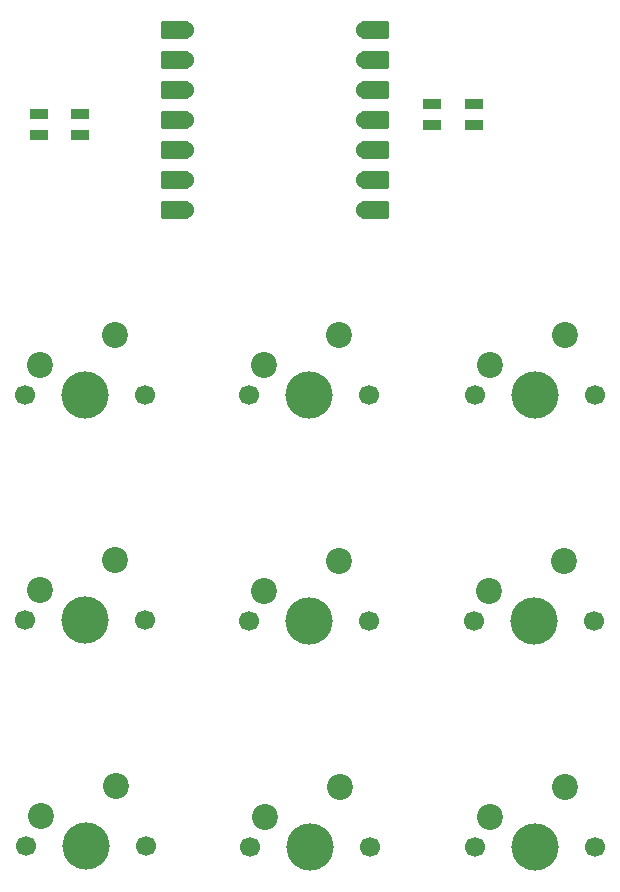
<source format=gbr>
%TF.GenerationSoftware,KiCad,Pcbnew,9.0.6*%
%TF.CreationDate,2025-12-19T09:04:58+05:30*%
%TF.ProjectId,HACKPAD,4841434b-5041-4442-9e6b-696361645f70,rev?*%
%TF.SameCoordinates,Original*%
%TF.FileFunction,Soldermask,Top*%
%TF.FilePolarity,Negative*%
%FSLAX46Y46*%
G04 Gerber Fmt 4.6, Leading zero omitted, Abs format (unit mm)*
G04 Created by KiCad (PCBNEW 9.0.6) date 2025-12-19 09:04:58*
%MOMM*%
%LPD*%
G01*
G04 APERTURE LIST*
G04 Aperture macros list*
%AMRoundRect*
0 Rectangle with rounded corners*
0 $1 Rounding radius*
0 $2 $3 $4 $5 $6 $7 $8 $9 X,Y pos of 4 corners*
0 Add a 4 corners polygon primitive as box body*
4,1,4,$2,$3,$4,$5,$6,$7,$8,$9,$2,$3,0*
0 Add four circle primitives for the rounded corners*
1,1,$1+$1,$2,$3*
1,1,$1+$1,$4,$5*
1,1,$1+$1,$6,$7*
1,1,$1+$1,$8,$9*
0 Add four rect primitives between the rounded corners*
20,1,$1+$1,$2,$3,$4,$5,0*
20,1,$1+$1,$4,$5,$6,$7,0*
20,1,$1+$1,$6,$7,$8,$9,0*
20,1,$1+$1,$8,$9,$2,$3,0*%
G04 Aperture macros list end*
%ADD10C,1.700000*%
%ADD11C,4.000000*%
%ADD12C,2.200000*%
%ADD13RoundRect,0.152400X1.063600X0.609600X-1.063600X0.609600X-1.063600X-0.609600X1.063600X-0.609600X0*%
%ADD14C,1.524000*%
%ADD15RoundRect,0.152400X-1.063600X-0.609600X1.063600X-0.609600X1.063600X0.609600X-1.063600X0.609600X0*%
%ADD16R,1.600000X0.850000*%
G04 APERTURE END LIST*
D10*
%TO.C,SW6*%
X163710000Y-104790000D03*
D11*
X168790000Y-104790000D03*
D10*
X173870000Y-104790000D03*
D12*
X171330000Y-99710000D03*
X164980000Y-102250000D03*
%TD*%
D10*
%TO.C,SW1*%
X125670000Y-85630000D03*
D11*
X130750000Y-85630000D03*
D10*
X135830000Y-85630000D03*
D12*
X133290000Y-80550000D03*
X126940000Y-83090000D03*
%TD*%
D13*
%TO.C,U1*%
X138425000Y-54788500D03*
D14*
X139260000Y-54788500D03*
D13*
X138425000Y-57328500D03*
D14*
X139260000Y-57328500D03*
D13*
X138425000Y-59868500D03*
D14*
X139260000Y-59868500D03*
D13*
X138425000Y-62408500D03*
D14*
X139260000Y-62408500D03*
D13*
X138425000Y-64948500D03*
D14*
X139260000Y-64948500D03*
D13*
X138425000Y-67488500D03*
D14*
X139260000Y-67488500D03*
D13*
X138425000Y-70028500D03*
D14*
X139260000Y-70028500D03*
X154500000Y-70028500D03*
D15*
X155335000Y-70028500D03*
D14*
X154500000Y-67488500D03*
D15*
X155335000Y-67488500D03*
D14*
X154500000Y-64948500D03*
D15*
X155335000Y-64948500D03*
D14*
X154500000Y-62408500D03*
D15*
X155335000Y-62408500D03*
D14*
X154500000Y-59868500D03*
D15*
X155335000Y-59868500D03*
D14*
X154500000Y-57328500D03*
D15*
X155335000Y-57328500D03*
D14*
X154500000Y-54788500D03*
D15*
X155335000Y-54788500D03*
%TD*%
D10*
%TO.C,SW7*%
X125730000Y-123890000D03*
D11*
X130810000Y-123890000D03*
D10*
X135890000Y-123890000D03*
D12*
X133350000Y-118810000D03*
X127000000Y-121350000D03*
%TD*%
D10*
%TO.C,SW3*%
X163770000Y-85630000D03*
D11*
X168850000Y-85630000D03*
D10*
X173930000Y-85630000D03*
D12*
X171390000Y-80550000D03*
X165040000Y-83090000D03*
%TD*%
D10*
%TO.C,SW9*%
X163780000Y-123950000D03*
D11*
X168860000Y-123950000D03*
D10*
X173940000Y-123950000D03*
D12*
X171400000Y-118870000D03*
X165050000Y-121410000D03*
%TD*%
D10*
%TO.C,SW5*%
X144680000Y-104790000D03*
D11*
X149760000Y-104790000D03*
D10*
X154840000Y-104790000D03*
D12*
X152300000Y-99710000D03*
X145950000Y-102250000D03*
%TD*%
D10*
%TO.C,SW4*%
X125710000Y-104760000D03*
D11*
X130790000Y-104760000D03*
D10*
X135870000Y-104760000D03*
D12*
X133330000Y-99680000D03*
X126980000Y-102220000D03*
%TD*%
D16*
%TO.C,D1*%
X126837500Y-61912500D03*
X126837500Y-63662500D03*
X130337500Y-63662500D03*
X130337500Y-61912500D03*
%TD*%
%TO.C,D2*%
X160175000Y-61037500D03*
X160175000Y-62787500D03*
X163675000Y-62787500D03*
X163675000Y-61037500D03*
%TD*%
D10*
%TO.C,SW2*%
X144660000Y-85630000D03*
D11*
X149740000Y-85630000D03*
D10*
X154820000Y-85630000D03*
D12*
X152280000Y-80550000D03*
X145930000Y-83090000D03*
%TD*%
D10*
%TO.C,SW8*%
X144700000Y-123950000D03*
D11*
X149780000Y-123950000D03*
D10*
X154860000Y-123950000D03*
D12*
X152320000Y-118870000D03*
X145970000Y-121410000D03*
%TD*%
M02*

</source>
